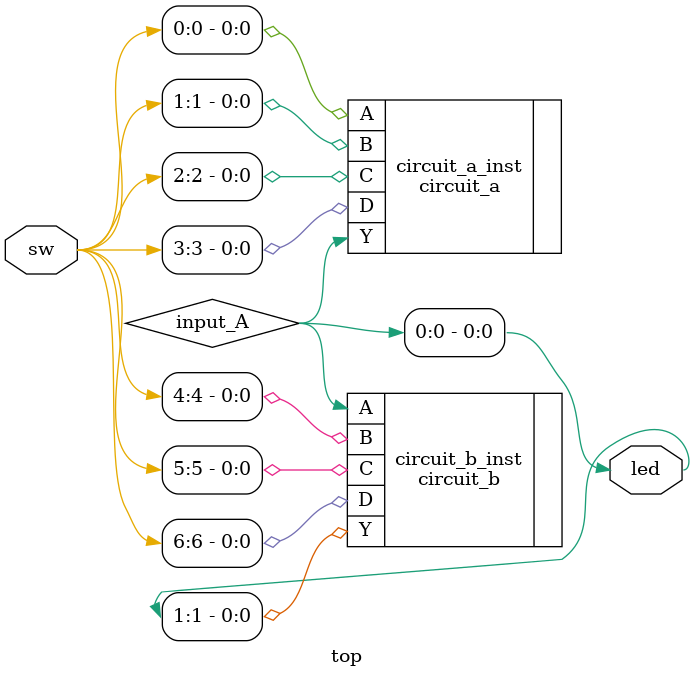
<source format=v>
module top(
    input [6:0] sw,
    output [1:0] led
);

wire input_A;

 circuit_a circuit_a_inst(
    .A(sw[0]),
    .B(sw[1]),
    .C(sw[2]),
    .D(sw[3]),
    .Y(input_A)
    );
    
    assign led[0] = input_A;
    
    circuit_b circuit_b_inst(
    .A(input_A),
    .B(sw[4]),
    .C(sw[5]),
    .D(sw[6]),
    .Y(led[1])
    );

endmodule
</source>
